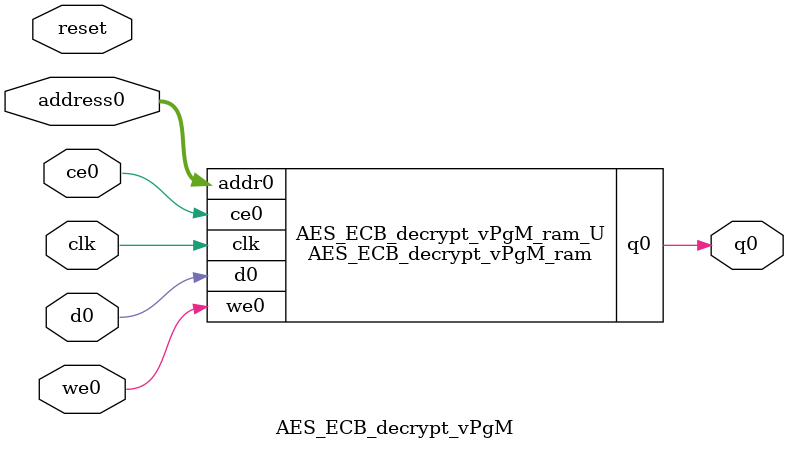
<source format=v>
`timescale 1 ns / 1 ps
module AES_ECB_decrypt_vPgM_ram (addr0, ce0, d0, we0, q0,  clk);

parameter DWIDTH = 1;
parameter AWIDTH = 4;
parameter MEM_SIZE = 16;

input[AWIDTH-1:0] addr0;
input ce0;
input[DWIDTH-1:0] d0;
input we0;
output reg[DWIDTH-1:0] q0;
input clk;

(* ram_style = "distributed" *)reg [DWIDTH-1:0] ram[0:MEM_SIZE-1];




always @(posedge clk)  
begin 
    if (ce0) 
    begin
        if (we0) 
        begin 
            ram[addr0] <= d0; 
        end 
        q0 <= ram[addr0];
    end
end


endmodule

`timescale 1 ns / 1 ps
module AES_ECB_decrypt_vPgM(
    reset,
    clk,
    address0,
    ce0,
    we0,
    d0,
    q0);

parameter DataWidth = 32'd1;
parameter AddressRange = 32'd16;
parameter AddressWidth = 32'd4;
input reset;
input clk;
input[AddressWidth - 1:0] address0;
input ce0;
input we0;
input[DataWidth - 1:0] d0;
output[DataWidth - 1:0] q0;



AES_ECB_decrypt_vPgM_ram AES_ECB_decrypt_vPgM_ram_U(
    .clk( clk ),
    .addr0( address0 ),
    .ce0( ce0 ),
    .we0( we0 ),
    .d0( d0 ),
    .q0( q0 ));

endmodule


</source>
